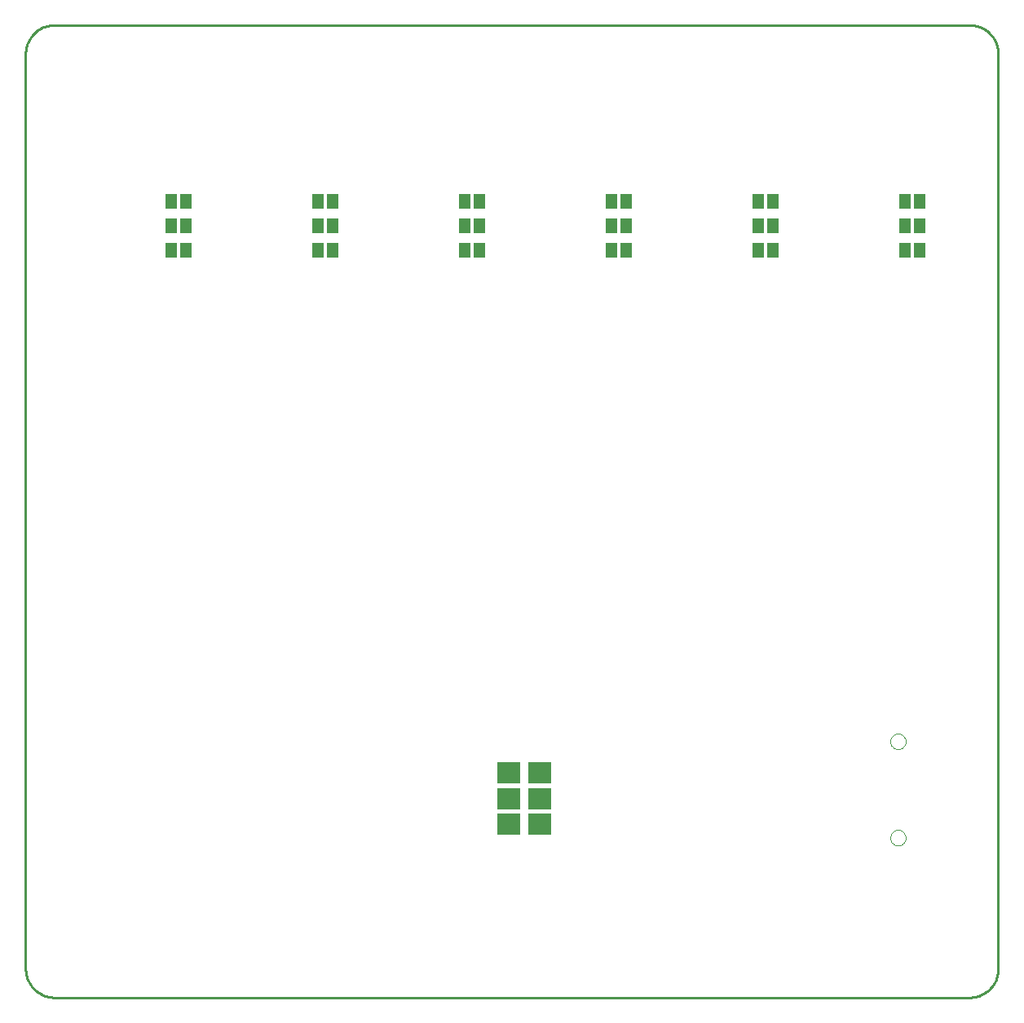
<source format=gbp>
G75*
G70*
%OFA0B0*%
%FSLAX24Y24*%
%IPPOS*%
%LPD*%
%AMOC8*
5,1,8,0,0,1.08239X$1,22.5*
%
%ADD10C,0.0100*%
%ADD11R,0.0250X0.0500*%
%ADD12R,0.0960X0.0900*%
%ADD13C,0.0000*%
%ADD14R,0.0460X0.0630*%
D10*
X002330Y001759D02*
X002330Y039160D01*
X002332Y039226D01*
X002337Y039292D01*
X002347Y039358D01*
X002360Y039423D01*
X002376Y039487D01*
X002396Y039550D01*
X002420Y039612D01*
X002447Y039672D01*
X002477Y039731D01*
X002511Y039788D01*
X002548Y039843D01*
X002588Y039896D01*
X002630Y039947D01*
X002676Y039995D01*
X002724Y040041D01*
X002775Y040083D01*
X002828Y040123D01*
X002883Y040160D01*
X002940Y040194D01*
X002999Y040224D01*
X003059Y040251D01*
X003121Y040275D01*
X003184Y040295D01*
X003248Y040311D01*
X003313Y040324D01*
X003379Y040334D01*
X003445Y040339D01*
X003511Y040341D01*
X040913Y040341D01*
X040979Y040339D01*
X041045Y040334D01*
X041111Y040324D01*
X041176Y040311D01*
X041240Y040295D01*
X041303Y040275D01*
X041365Y040251D01*
X041425Y040224D01*
X041484Y040194D01*
X041541Y040160D01*
X041596Y040123D01*
X041649Y040083D01*
X041700Y040041D01*
X041748Y039995D01*
X041794Y039947D01*
X041836Y039896D01*
X041876Y039843D01*
X041913Y039788D01*
X041947Y039731D01*
X041977Y039672D01*
X042004Y039612D01*
X042028Y039550D01*
X042048Y039487D01*
X042064Y039423D01*
X042077Y039358D01*
X042087Y039292D01*
X042092Y039226D01*
X042094Y039160D01*
X042094Y001759D01*
X042092Y001693D01*
X042087Y001627D01*
X042077Y001561D01*
X042064Y001496D01*
X042048Y001432D01*
X042028Y001369D01*
X042004Y001307D01*
X041977Y001247D01*
X041947Y001188D01*
X041913Y001131D01*
X041876Y001076D01*
X041836Y001023D01*
X041794Y000972D01*
X041748Y000924D01*
X041700Y000878D01*
X041649Y000836D01*
X041596Y000796D01*
X041541Y000759D01*
X041484Y000725D01*
X041425Y000695D01*
X041365Y000668D01*
X041303Y000644D01*
X041240Y000624D01*
X041176Y000608D01*
X041111Y000595D01*
X041045Y000585D01*
X040979Y000580D01*
X040913Y000578D01*
X003511Y000578D01*
X003445Y000580D01*
X003379Y000585D01*
X003313Y000595D01*
X003248Y000608D01*
X003184Y000624D01*
X003121Y000644D01*
X003059Y000668D01*
X002999Y000695D01*
X002940Y000725D01*
X002883Y000759D01*
X002828Y000796D01*
X002775Y000836D01*
X002724Y000878D01*
X002676Y000924D01*
X002630Y000972D01*
X002588Y001023D01*
X002548Y001076D01*
X002511Y001131D01*
X002477Y001188D01*
X002447Y001247D01*
X002420Y001307D01*
X002396Y001369D01*
X002376Y001432D01*
X002360Y001496D01*
X002347Y001561D01*
X002337Y001627D01*
X002332Y001693D01*
X002330Y001759D01*
D11*
X021924Y007650D03*
X022248Y007650D03*
X023184Y007650D03*
X023508Y007650D03*
X023508Y008713D03*
X023184Y008713D03*
X022248Y008713D03*
X021924Y008713D03*
X021924Y009776D03*
X022248Y009776D03*
X023184Y009776D03*
X023508Y009776D03*
D12*
X023346Y009776D03*
X023346Y008713D03*
X023346Y007650D03*
X022086Y007650D03*
X022086Y008713D03*
X022086Y009776D03*
D13*
X037684Y011046D02*
X037686Y011081D01*
X037692Y011116D01*
X037702Y011150D01*
X037715Y011183D01*
X037732Y011214D01*
X037753Y011242D01*
X037776Y011269D01*
X037803Y011292D01*
X037831Y011313D01*
X037862Y011330D01*
X037895Y011343D01*
X037929Y011353D01*
X037964Y011359D01*
X037999Y011361D01*
X038034Y011359D01*
X038069Y011353D01*
X038103Y011343D01*
X038136Y011330D01*
X038167Y011313D01*
X038195Y011292D01*
X038222Y011269D01*
X038245Y011242D01*
X038266Y011214D01*
X038283Y011183D01*
X038296Y011150D01*
X038306Y011116D01*
X038312Y011081D01*
X038314Y011046D01*
X038312Y011011D01*
X038306Y010976D01*
X038296Y010942D01*
X038283Y010909D01*
X038266Y010878D01*
X038245Y010850D01*
X038222Y010823D01*
X038195Y010800D01*
X038167Y010779D01*
X038136Y010762D01*
X038103Y010749D01*
X038069Y010739D01*
X038034Y010733D01*
X037999Y010731D01*
X037964Y010733D01*
X037929Y010739D01*
X037895Y010749D01*
X037862Y010762D01*
X037831Y010779D01*
X037803Y010800D01*
X037776Y010823D01*
X037753Y010850D01*
X037732Y010878D01*
X037715Y010909D01*
X037702Y010942D01*
X037692Y010976D01*
X037686Y011011D01*
X037684Y011046D01*
X037684Y007109D02*
X037686Y007144D01*
X037692Y007179D01*
X037702Y007213D01*
X037715Y007246D01*
X037732Y007277D01*
X037753Y007305D01*
X037776Y007332D01*
X037803Y007355D01*
X037831Y007376D01*
X037862Y007393D01*
X037895Y007406D01*
X037929Y007416D01*
X037964Y007422D01*
X037999Y007424D01*
X038034Y007422D01*
X038069Y007416D01*
X038103Y007406D01*
X038136Y007393D01*
X038167Y007376D01*
X038195Y007355D01*
X038222Y007332D01*
X038245Y007305D01*
X038266Y007277D01*
X038283Y007246D01*
X038296Y007213D01*
X038306Y007179D01*
X038312Y007144D01*
X038314Y007109D01*
X038312Y007074D01*
X038306Y007039D01*
X038296Y007005D01*
X038283Y006972D01*
X038266Y006941D01*
X038245Y006913D01*
X038222Y006886D01*
X038195Y006863D01*
X038167Y006842D01*
X038136Y006825D01*
X038103Y006812D01*
X038069Y006802D01*
X038034Y006796D01*
X037999Y006794D01*
X037964Y006796D01*
X037929Y006802D01*
X037895Y006812D01*
X037862Y006825D01*
X037831Y006842D01*
X037803Y006863D01*
X037776Y006886D01*
X037753Y006913D01*
X037732Y006941D01*
X037715Y006972D01*
X037702Y007005D01*
X037692Y007039D01*
X037686Y007074D01*
X037684Y007109D01*
D14*
X038280Y031140D03*
X038880Y031140D03*
X038880Y032140D03*
X038280Y032140D03*
X038280Y033140D03*
X038880Y033140D03*
X032880Y033140D03*
X032280Y033140D03*
X032280Y032140D03*
X032880Y032140D03*
X032880Y031140D03*
X032280Y031140D03*
X026880Y031140D03*
X026280Y031140D03*
X026280Y032140D03*
X026880Y032140D03*
X026880Y033140D03*
X026280Y033140D03*
X020880Y033140D03*
X020280Y033140D03*
X020280Y032140D03*
X020880Y032140D03*
X020880Y031140D03*
X020280Y031140D03*
X014880Y031140D03*
X014280Y031140D03*
X014280Y032140D03*
X014880Y032140D03*
X014880Y033140D03*
X014280Y033140D03*
X008880Y033140D03*
X008280Y033140D03*
X008280Y032140D03*
X008880Y032140D03*
X008880Y031140D03*
X008280Y031140D03*
M02*

</source>
